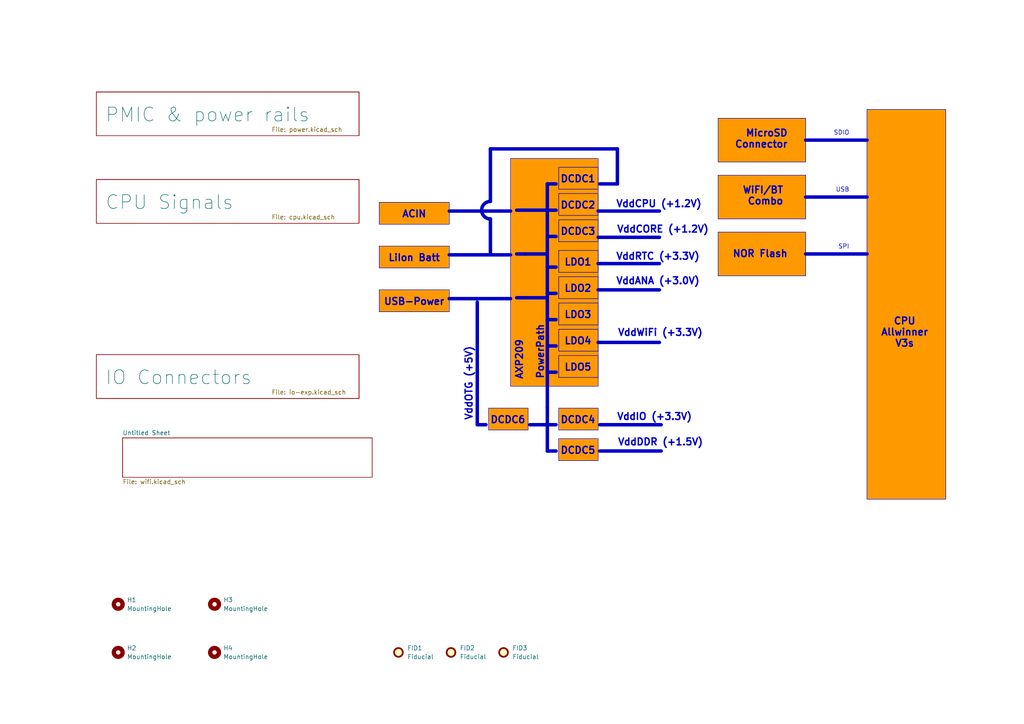
<source format=kicad_sch>
(kicad_sch (version 20250114) (generator "eeschema") (generator_version "9.0")
  (paper "A4")
  (lib_symbols
    (symbol "Mechanical:Fiducial"
      (property "Reference" "FID" (at 0 5.08 0))
      (property "Value" "Fiducial" (at 0 3.175 0))
      (symbol "Fiducial_0_1"
        (circle (center 0 0) (radius 1.27) (stroke (width 0.508)) (fill (type background)))
      )
    )
    (symbol "Mechanical:MountingHole" (pin_names (offset 1.016))
      (property "Reference" "H" (at 0 5.08 0))
      (property "Value" "MountingHole" (at 0 3.175 0))
      (symbol "MountingHole_0_1"
        (circle (center 0 0) (radius 1.27) (stroke (width 1.27)))
      )
    )
  )
  (rectangle (start 208.28 63.5) (end 233.68 50.8) (fill (type color) (color 255 153 0 1)))
  (rectangle (start 109.982 84.074) (end 130.302 90.424) (fill (type color) (color 255 153 0 1)))
  (rectangle (start 162.052 127.254) (end 173.482 133.604) (fill (type color) (color 255 153 0 1)))
  (rectangle (start 162.052 63.754) (end 173.482 70.104) (fill (type color) (color 255 153 0 1)))
  (rectangle (start 162.052 80.264) (end 173.482 86.614) (fill (type color) (color 255 153 0 1)))
  (rectangle (start 208.28 80.01) (end 233.68 67.31) (fill (type color) (color 255 153 0 1)))
  (rectangle (start 162.052 95.504) (end 173.482 101.854) (fill (type color) (color 255 153 0 1)))
  (rectangle (start 208.28 34.29) (end 233.68 46.99) (fill (type color) (color 255 153 0 1)))
  (rectangle (start 162.052 103.124) (end 173.482 109.474) (fill (type color) (color 255 153 0 1)))
  (arc (start 139.7 60.96) (mid 140.4439 59.1639) (end 142.24 58.42) (stroke (width 1)))
  (rectangle (start 251.46 31.75) (end 274.32 144.78) (fill (type color) (color 255 153 0 1)))
  (rectangle (start 141.732 118.364) (end 153.162 124.714) (fill (type color) (color 255 153 0 1)))
  (rectangle (start 162.052 72.644) (end 173.482 78.994) (fill (type color) (color 255 153 0 1)))
  (rectangle (start 148.082 45.974) (end 173.482 112.014) (fill (type color) (color 255 153 0 1)))
  (rectangle (start 162.052 56.134) (end 173.482 62.484) (fill (type color) (color 255 153 0 1)))
  (rectangle (start 162.052 87.884) (end 173.482 94.234) (fill (type color) (color 255 153 0 1)))
  (rectangle (start 162.052 48.514) (end 173.482 54.864) (fill (type color) (color 255 153 0 1)))
  (arc (start 142.24 63.5) (mid 140.4439 62.7561) (end 139.7 60.96) (stroke (width 1)))
  (rectangle (start 109.982 58.674) (end 130.302 65.024) (fill (type color) (color 255 153 0 1)))
  (rectangle (start 162.052 118.364) (end 173.482 124.714) (fill (type color) (color 255 153 0 1)))
  (rectangle (start 109.982 71.374) (end 130.302 77.724) (fill (type color) (color 255 153 0 1)))
  (text "LDO1" (at 167.64 76.2 0) (effects (font (size 2 2) (thickness 0.4) (bold yes))))
  (text "LDO5" (at 167.64 106.68 0) (effects (font (size 2 2) (thickness 0.4) (bold yes))))
  (text "VddWiFi (+3.3V)" (at 179.07 97.79 0) (effects (font (size 2 2) (thickness 0.4) (bold yes)) (justify left bottom)))
  (text "CPU\nAllwinner\nV3s" (at 262.382 96.52 0) (effects (font (size 2 2) (thickness 0.4) (bold yes))))
  (text "DCDC3" (at 167.64 67.31 0) (effects (font (size 2 2) (thickness 0.4) (bold yes))))
  (text "SPI" (at 246.38 72.39 0) (effects (font (size 1.27 1.27)) (justify right bottom)))
  (text "DCDC6" (at 147.32 121.92 0) (effects (font (size 2 2) (thickness 0.4) (bold yes))))
  (text "VddOTG (+5V)" (at 137.16 122.174 90) (effects (font (size 2 2) (thickness 0.4) (bold yes)) (justify left bottom)))
  (text "WiFI/BT\n Combo" (at 227.33 59.69 0) (effects (font (size 2 2) (thickness 0.4) (bold yes)) (justify right bottom)))
  (text "DCDC4" (at 167.64 121.92 0) (effects (font (size 2 2) (thickness 0.4) (bold yes))))
  (text "LDO4" (at 167.64 99.06 0) (effects (font (size 2 2) (thickness 0.4) (bold yes))))
  (text "VddCPU (+1.2V)" (at 178.562 60.452 0) (effects (font (size 2 2) (thickness 0.4) (bold yes)) (justify left bottom)))
  (text "VddANA (+3.0V)" (at 178.562 82.804 0) (effects (font (size 2 2) (thickness 0.4) (bold yes)) (justify left bottom)))
  (text "VddCORE (+1.2V)" (at 178.816 67.818 0) (effects (font (size 2 2) (thickness 0.4) (bold yes)) (justify left bottom)))
  (text "SDIO" (at 246.38 39.37 0) (effects (font (size 1.27 1.27)) (justify right bottom)))
  (text "USB\n" (at 246.38 55.88 0) (effects (font (size 1.27 1.27)) (justify right bottom)))
  (text "DCDC1" (at 167.64 52.07 0) (effects (font (size 2 2) (thickness 0.4) (bold yes))))
  (text "LDO3" (at 167.64 91.44 0) (effects (font (size 2 2) (thickness 0.4) (bold yes))))
  (text "DCDC5" (at 167.64 130.81 0) (effects (font (size 2 2) (thickness 0.4) (bold yes))))
  (text "ACIN" (at 120.142 62.23 0) (effects (font (size 2 2) (thickness 0.4) (bold yes))))
  (text "LDO2" (at 167.64 83.82 0) (effects (font (size 2 2) (thickness 0.4) (bold yes))))
  (text "LiIon Batt" (at 120.142 74.93 0) (effects (font (size 2 2) (thickness 0.4) (bold yes))))
  (text "VddRTC (+3.3V)" (at 178.562 75.692 0) (effects (font (size 2 2) (thickness 0.4) (bold yes)) (justify left bottom)))
  (text "USB-Power" (at 120.142 87.63 0) (effects (font (size 2 2) (thickness 0.4) (bold yes))))
  (text "AXP209\n" (at 150.622 104.394 90) (effects (font (size 2 2) (thickness 0.4) (bold yes))))
  (text "DCDC2" (at 167.64 59.69 0) (effects (font (size 2 2) (thickness 0.4) (bold yes))))
  (text " MicroSD\nConnector" (at 228.6 43.18 0) (effects (font (size 2 2) (thickness 0.4) (bold yes)) (justify right bottom)))
  (text "NOR Flash" (at 228.6 74.93 0) (effects (font (size 2 2) (thickness 0.4) (bold yes)) (justify right bottom)))
  (text "VddIO (+3.3V)" (at 178.816 122.174 0) (effects (font (size 2 2) (thickness 0.4) (bold yes)) (justify left bottom)))
  (text "PowerPath" (at 156.718 102.108 90) (effects (font (size 2 2) (thickness 0.4) (bold yes))))
  (text "VddDDR (+1.5V)" (at 179.07 129.54 0) (effects (font (size 2 2) (thickness 0.4) (bold yes)) (justify left bottom)))
  (polyline (pts (xy 153.67 123.19) (xy 158.75 123.19)) (stroke (width 1)))
  (polyline (pts (xy 158.75 92.71) (xy 161.29 92.71)) (stroke (width 1)))
  (polyline (pts (xy 158.75 68.58) (xy 161.29 68.58)) (stroke (width 1)))
  (polyline (pts (xy 191.262 84.074) (xy 173.482 84.074)) (stroke (width 1)))
  (polyline (pts (xy 173.99 53.34) (xy 179.07 53.34)) (stroke (width 1)))
  (polyline (pts (xy 148.082 73.914) (xy 130.302 73.914)) (stroke (width 1)))
  (polyline (pts (xy 149.86 73.66) (xy 152.4 73.66)) (stroke (width 1)))
  (polyline (pts (xy 191.262 76.454) (xy 173.482 76.454)) (stroke (width 1)))
  (polyline (pts (xy 138.43 87.63) (xy 138.43 123.19)) (stroke (width 1)))
  (polyline (pts (xy 158.75 85.09) (xy 161.29 85.09)) (stroke (width 1)))
  (polyline (pts (xy 149.86 60.96) (xy 158.75 60.96)) (stroke (width 1)))
  (polyline (pts (xy 251.46 40.64) (xy 233.68 40.64)) (stroke (width 1)))
  (polyline (pts (xy 191.77 130.81) (xy 173.99 130.81)) (stroke (width 1)))
  (polyline (pts (xy 158.75 77.47) (xy 161.29 77.47)) (stroke (width 1)))
  (polyline (pts (xy 179.07 43.18) (xy 142.24 43.18)) (stroke (width 1)))
  (polyline (pts (xy 138.43 123.19) (xy 140.97 123.19)) (stroke (width 1)))
  (polyline (pts (xy 148.082 61.214) (xy 130.302 61.214)) (stroke (width 1)))
  (polyline (pts (xy 158.75 53.34) (xy 161.29 53.34)) (stroke (width 1)))
  (polyline (pts (xy 142.24 58.42) (xy 142.24 43.18)) (stroke (width 1)))
  (polyline (pts (xy 191.262 68.834) (xy 173.482 68.834)) (stroke (width 1)))
  (polyline (pts (xy 148.082 86.614) (xy 130.302 86.614)) (stroke (width 1)))
  (polyline (pts (xy 251.46 73.66) (xy 233.68 73.66)) (stroke (width 1)))
  (polyline (pts (xy 158.75 118.11) (xy 158.75 130.81)) (stroke (width 1)))
  (polyline (pts (xy 191.262 99.314) (xy 173.482 99.314)) (stroke (width 1)))
  (polyline (pts (xy 158.75 60.96) (xy 161.29 60.96)) (stroke (width 1)))
  (polyline (pts (xy 158.75 53.34) (xy 158.75 118.11)) (stroke (width 1)))
  (polyline (pts (xy 158.75 100.33) (xy 161.29 100.33)) (stroke (width 1)))
  (polyline (pts (xy 152.4 73.66) (xy 158.75 73.66)) (stroke (width 1)))
  (polyline (pts (xy 158.75 107.95) (xy 161.29 107.95)) (stroke (width 1)))
  (polyline (pts (xy 158.75 130.81) (xy 161.29 130.81)) (stroke (width 1)))
  (polyline (pts (xy 191.77 123.19) (xy 173.99 123.19)) (stroke (width 1)))
  (polyline (pts (xy 149.86 86.36) (xy 158.75 86.36)) (stroke (width 1)))
  (polyline (pts (xy 142.24 73.66) (xy 142.24 63.5)) (stroke (width 1)))
  (polyline (pts (xy 251.46 57.15) (xy 233.68 57.15)) (stroke (width 1)))
  (polyline (pts (xy 191.262 61.214) (xy 173.482 61.214)) (stroke (width 1)))
  (polyline (pts (xy 179.07 53.34) (xy 179.07 43.18)) (stroke (width 1)))
  (polyline (pts (xy 158.75 123.19) (xy 161.29 123.19)) (stroke (width 1)))
  (symbol (lib_id "Mechanical:MountingHole") (at 62.23 189.23 0) (unit 1)
    (property "Reference" "H4" (at 64.77 187.9599 0) (effects (justify left)))
    (property "Value" "MountingHole" (at 64.77 190.4999 0) (effects (justify left)))
    (property "Footprint" "MountingHole:MountingHole_2.7mm_M2.5_DIN965" (effects (hide yes)))
  )
  (symbol (lib_id "Mechanical:MountingHole") (at 34.29 189.23 0) (unit 1)
    (property "Reference" "H2" (at 36.83 187.9599 0) (effects (justify left)))
    (property "Value" "MountingHole" (at 36.83 190.4999 0) (effects (justify left)))
    (property "Footprint" "MountingHole:MountingHole_2.7mm_M2.5_DIN965" (effects (hide yes)))
  )
  (symbol (lib_id "Mechanical:MountingHole") (at 34.29 175.26 0) (unit 1)
    (property "Reference" "H1" (at 36.83 173.9899 0) (effects (justify left)))
    (property "Value" "MountingHole" (at 36.83 176.5299 0) (effects (justify left)))
    (property "Footprint" "MountingHole:MountingHole_2.7mm_M2.5_DIN965" (effects (hide yes)))
  )
  (symbol (lib_id "Mechanical:Fiducial") (at 115.57 189.23 0) (unit 1)
    (property "Reference" "FID1" (at 118.11 187.9599 0) (effects (justify left)))
    (property "Value" "Fiducial" (at 118.11 190.4999 0) (effects (justify left)))
    (property "Footprint" "Fiducial:Fiducial_0.75mm_Mask1.5mm" (effects (hide yes)))
  )
  (symbol (lib_id "Mechanical:Fiducial") (at 146.05 189.23 0) (unit 1)
    (property "Reference" "FID3" (at 148.59 187.9599 0) (effects (justify left)))
    (property "Value" "Fiducial" (at 148.59 190.4999 0) (effects (justify left)))
    (property "Footprint" "Fiducial:Fiducial_0.75mm_Mask1.5mm" (effects (hide yes)))
  )
  (symbol (lib_id "Mechanical:Fiducial") (at 130.81 189.23 0) (unit 1)
    (property "Reference" "FID2" (at 133.35 187.9599 0) (effects (justify left)))
    (property "Value" "Fiducial" (at 133.35 190.4999 0) (effects (justify left)))
    (property "Footprint" "Fiducial:Fiducial_0.75mm_Mask1.5mm" (effects (hide yes)))
  )
  (symbol (lib_id "Mechanical:MountingHole") (at 62.23 175.26 0) (unit 1)
    (property "Reference" "H3" (at 64.77 173.9899 0) (effects (justify left)))
    (property "Value" "MountingHole" (at 64.77 176.5299 0) (effects (justify left)))
    (property "Footprint" "MountingHole:MountingHole_2.7mm_M2.5_DIN965" (effects (hide yes)))
  )
  (sheet (at 27.94 26.67) (size 76.2 12.7) (stroke (width 0.1524))
    (property "Sheetname" "PMIC & power rails" (at 30.48 35.56 0) (effects (font (size 4 4)) (justify left bottom)))
    (property "Sheetfile" "power.kicad_sch" (at 78.74 36.83 0) (effects (justify left top)))
  )
  (sheet (at 27.94 52.07) (size 76.2 12.7) (stroke (width 0.1524))
    (property "Sheetname" "CPU Signals" (at 30.48 60.96 0) (effects (font (size 4 4)) (justify left bottom)))
    (property "Sheetfile" "cpu.kicad_sch" (at 78.74 62.23 0) (effects (justify left top)))
  )
  (sheet (at 27.94 102.87) (size 76.2 12.7) (stroke (width 0.1524))
    (property "Sheetname" "IO Connectors" (at 30.48 111.76 0) (effects (font (size 4 4)) (justify left bottom)))
    (property "Sheetfile" "io-exp.kicad_sch" (at 78.74 113.03 0) (effects (justify left top)))
  )
  (sheet (at 35.56 127) (size 72.39 11.43) (stroke (width 0.1524))
    (property "Sheetname" "Untitled Sheet" (at 35.56 126.2884 0) (effects (justify left bottom)))
    (property "Sheetfile" "wifi.kicad_sch" (at 35.56 139.0146 0) (effects (justify left top)))
  )
)
</source>
